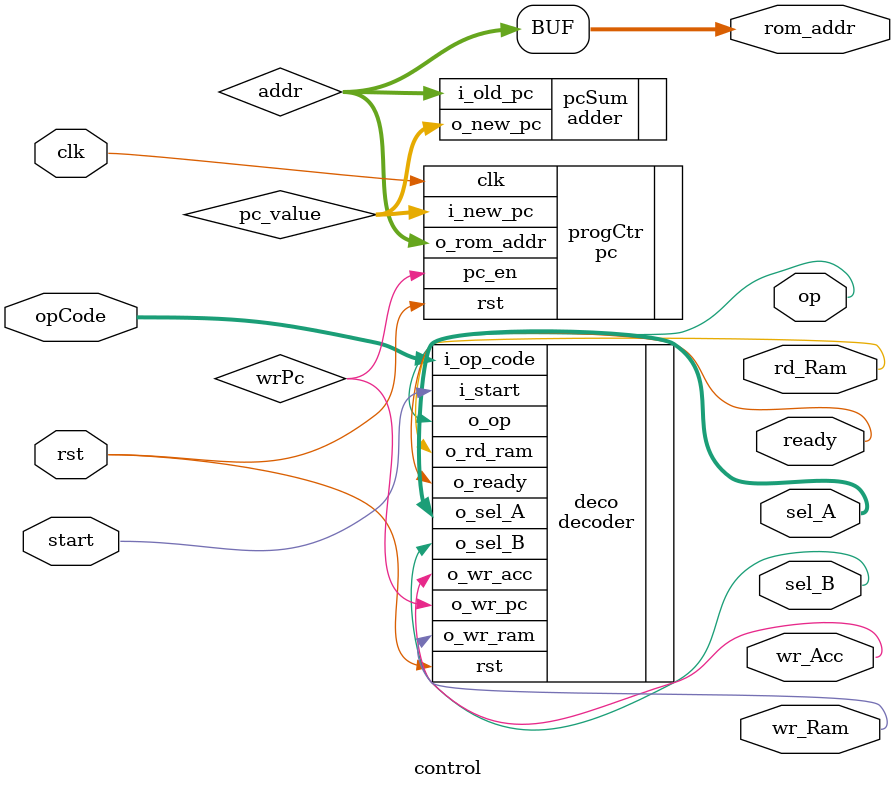
<source format=v>
`timescale 1ns / 1ps


module control #(
    parameter BUS_SIZE = 16,
              OPS_SIZE = 5,
              ADD_SIZE = 11
    )
    (
    output [1:0] sel_A,
    output sel_B,
    output wr_Acc,
    output op,
    output wr_Ram,
    output rd_Ram,
    output [ADD_SIZE-1:0] rom_addr,
    output ready,
    input clk,
    input rst,
    input start,
    input [OPS_SIZE-1:0] opCode
    );
    
    wire wrPc; 
    wire [ADD_SIZE-1:0] addr;
    wire [ADD_SIZE-1:0] pc_value;
    
    decoder
    deco (
        .o_wr_pc(wrPc),
        .o_sel_A(sel_A),
        .o_sel_B(sel_B),
        .o_wr_acc(wr_Acc),
        .o_op(op),
        .o_wr_ram(wr_Ram),
        .o_rd_ram(rd_Ram),
        .o_ready(ready),
        .rst(rst),
        .i_start(start),
        .i_op_code(opCode)
        );
            
   pc
   progCtr (
         .o_rom_addr(addr),
         .clk(clk),
         .rst(rst),
         .pc_en(wrPc),
         .i_new_pc(pc_value)
      );
      
   adder
   pcSum (
            .o_new_pc(pc_value),
            .i_old_pc(addr)
       );
   
   assign rom_addr = addr;
endmodule
</source>
